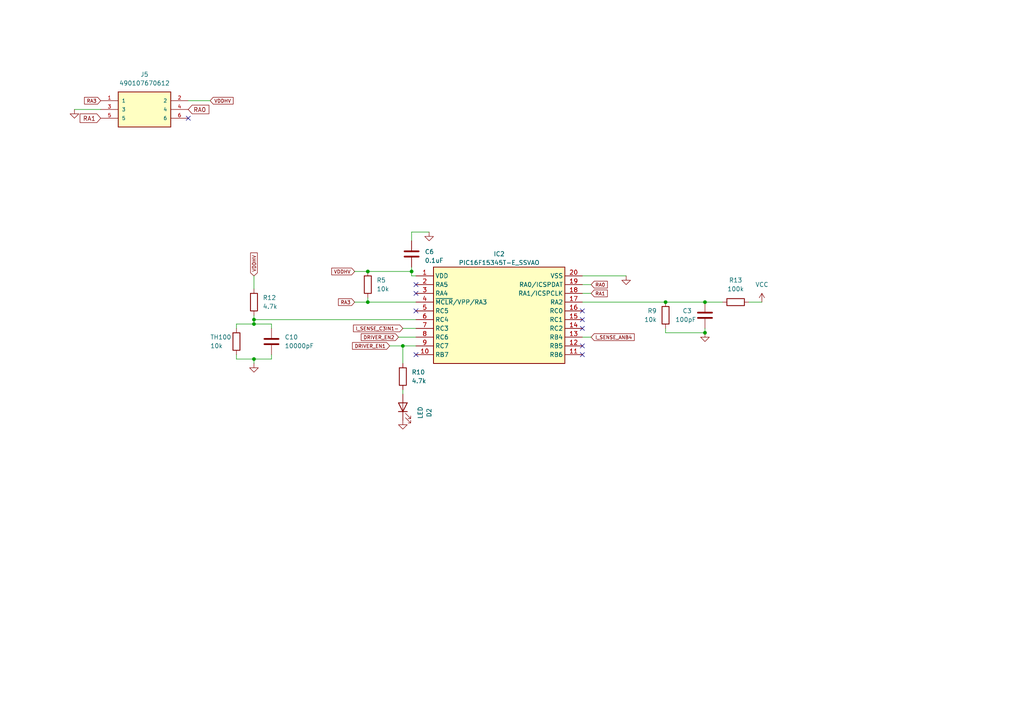
<source format=kicad_sch>
(kicad_sch (version 20230121) (generator eeschema)
  (paper "A4")
  (lib_symbols
    (symbol "490107670612:490107670612" (pin_names (offset 1.016))
      (property "Reference" "J" (at -7.62 6.35 0))
      (property "Value" "490107670612" (at -7.62 -7.62 0))
      (symbol "490107670612_0_0"
        (rectangle (start -7.62 -5.08) (end 7.62 5.08) (stroke (width 0.254)) (fill (type background)))
        (pin passive line (at -12.7 2.54 0) (length 5.08) (name "1") (number "1"))
        (pin passive line (at 12.7 2.54 180) (length 5.08) (name "2") (number "2"))
        (pin passive line (at -12.7 0 0) (length 5.08) (name "3") (number "3"))
        (pin passive line (at 12.7 0 180) (length 5.08) (name "4") (number "4"))
        (pin passive line (at -12.7 -2.54 0) (length 5.08) (name "5") (number "5"))
        (pin passive line (at 12.7 -2.54 180) (length 5.08) (name "6") (number "6"))
      )
    )
    (symbol "Device:C" (pin_numbers hide) (pin_names (offset 0.254))
      (property "Reference" "C" (at 0.635 2.54 0))
      (property "Value" "C" (at 0.635 -2.54 0))
      (symbol "C_0_1"
        (polyline (pts (xy -2.032 -0.762) (xy 2.032 -0.762)) (stroke (width 0.508)))
        (polyline (pts (xy -2.032 0.762) (xy 2.032 0.762)) (stroke (width 0.508)))
      )
      (symbol "C_1_1"
        (pin passive line (at 0 3.81 270) (length 2.794) (name "~") (number "1"))
        (pin passive line (at 0 -3.81 90) (length 2.794) (name "~") (number "2"))
      )
    )
    (symbol "Device:LED" (pin_numbers hide) (pin_names (offset 1.016) hide)
      (property "Reference" "D" (at 0 2.54 0))
      (property "Value" "LED" (at 0 -2.54 0))
      (symbol "LED_0_1"
        (polyline (pts (xy -1.27 -1.27) (xy -1.27 1.27)) (stroke (width 0.254)))
        (polyline (pts (xy -1.27 0) (xy 1.27 0)))
        (polyline (pts (xy 1.27 -1.27) (xy 1.27 1.27) (xy -1.27 0) (xy 1.27 -1.27)) (stroke (width 0.254)))
        (polyline (pts (xy -3.048 -0.762) (xy -4.572 -2.286) (xy -3.81 -2.286) (xy -4.572 -2.286) (xy -4.572 -1.524)))
        (polyline (pts (xy -1.778 -0.762) (xy -3.302 -2.286) (xy -2.54 -2.286) (xy -3.302 -2.286) (xy -3.302 -1.524)))
      )
      (symbol "LED_1_1"
        (pin passive line (at -3.81 0 0) (length 2.54) (name "K") (number "1"))
        (pin passive line (at 3.81 0 180) (length 2.54) (name "A") (number "2"))
      )
    )
    (symbol "Device:R" (pin_numbers hide) (pin_names (offset 0))
      (property "Reference" "R" (at 2.032 0 90))
      (property "Value" "R" (at 0 0 90))
      (symbol "R_0_1"
        (rectangle (start -1.016 -2.54) (end 1.016 2.54) (stroke (width 0.254)))
      )
      (symbol "R_1_1"
        (pin passive line (at 0 3.81 270) (length 1.27) (name "~") (number "1"))
        (pin passive line (at 0 -3.81 90) (length 1.27) (name "~") (number "2"))
      )
    )
    (symbol "PIC16F15345T-E_SSVAO:PIC16F15345T-E_SSVAO"
      (property "Reference" "IC" (at 44.45 7.62 0))
      (property "Value" "PIC16F15345T-E_SSVAO" (at 44.45 5.08 0))
      (symbol "PIC16F15345T-E_SSVAO_1_1"
        (rectangle (start 5.08 2.54) (end 43.18 -25.4) (stroke (width 0.254)) (fill (type background)))
        (pin passive line (at 0 0 0) (length 5.08) (name "VDD") (number "1"))
        (pin passive line (at 0 -22.86 0) (length 5.08) (name "RB7") (number "10"))
        (pin passive line (at 48.26 -22.86 180) (length 5.08) (name "RB6") (number "11"))
        (pin passive line (at 48.26 -20.32 180) (length 5.08) (name "RB5") (number "12"))
        (pin passive line (at 48.26 -17.78 180) (length 5.08) (name "RB4") (number "13"))
        (pin passive line (at 48.26 -15.24 180) (length 5.08) (name "RC2") (number "14"))
        (pin passive line (at 48.26 -12.7 180) (length 5.08) (name "RC1") (number "15"))
        (pin passive line (at 48.26 -10.16 180) (length 5.08) (name "RC0") (number "16"))
        (pin passive line (at 48.26 -7.62 180) (length 5.08) (name "RA2") (number "17"))
        (pin passive line (at 48.26 -5.08 180) (length 5.08) (name "RA1/ICSPCLK") (number "18"))
        (pin passive line (at 48.26 -2.54 180) (length 5.08) (name "RA0/ICSPDAT") (number "19"))
        (pin passive line (at 0 -2.54 0) (length 5.08) (name "RA5") (number "2"))
        (pin passive line (at 48.26 0 180) (length 5.08) (name "VSS") (number "20"))
        (pin passive line (at 0 -5.08 0) (length 5.08) (name "RA4") (number "3"))
        (pin passive line (at 0 -7.62 0) (length 5.08) (name "~{MCLR}/VPP/RA3") (number "4"))
        (pin passive line (at 0 -10.16 0) (length 5.08) (name "RC5") (number "5"))
        (pin passive line (at 0 -12.7 0) (length 5.08) (name "RC4") (number "6"))
        (pin passive line (at 0 -15.24 0) (length 5.08) (name "RC3") (number "7"))
        (pin passive line (at 0 -17.78 0) (length 5.08) (name "RC6") (number "8"))
        (pin passive line (at 0 -20.32 0) (length 5.08) (name "RC7") (number "9"))
      )
    )
    (symbol "power:GND" (power) (pin_names (offset 0))
      (property "Value" "GND" (at 0 -3.81 0))
      (symbol "GND_0_1"
        (polyline (pts (xy 0 0) (xy 0 -1.27) (xy 1.27 -1.27) (xy 0 -2.54) (xy -1.27 -1.27) (xy 0 -1.27)))
      )
      (symbol "GND_1_1"
        (pin power_in line (at 0 0 270) (length 0) hide (name "GND") (number "1"))
      )
    )
    (symbol "power:VCC" (power) (pin_names (offset 0))
      (property "Value" "VCC" (at 0 3.81 0))
      (symbol "VCC_0_1"
        (polyline (pts (xy -0.762 1.27) (xy 0 2.54)))
        (polyline (pts (xy 0 0) (xy 0 2.54)))
        (polyline (pts (xy 0 2.54) (xy 0.762 1.27)))
      )
      (symbol "VCC_1_1"
        (pin power_in line (at 0 0 90) (length 0) hide (name "VCC") (number "1"))
      )
    )
  )
  (junction (at 204.47 96.52))
  (junction (at 73.66 93.98))
  (junction (at 106.68 87.63))
  (junction (at 73.66 92.71))
  (junction (at 116.84 100.33))
  (junction (at 193.04 87.63))
  (junction (at 119.38 78.74))
  (junction (at 73.66 104.14))
  (junction (at 106.68 78.74))
  (junction (at 204.47 87.63))
  (no_connect (at 120.65 85.09))
  (no_connect (at 168.91 92.71))
  (no_connect (at 120.65 90.17))
  (no_connect (at 120.65 102.87))
  (no_connect (at 54.61 34.29))
  (no_connect (at 120.65 82.55))
  (no_connect (at 168.91 90.17))
  (no_connect (at 168.91 102.87))
  (no_connect (at 168.91 95.25))
  (no_connect (at 168.91 100.33))
  (wire (pts (xy 116.84 100.33) (xy 120.65 100.33)))
  (wire (pts (xy 171.45 97.79) (xy 168.91 97.79)))
  (wire (pts (xy 73.66 104.14) (xy 78.74 104.14)))
  (wire (pts (xy 21.59 31.75) (xy 29.21 31.75)))
  (wire (pts (xy 116.84 113.03) (xy 116.84 114.3)))
  (wire (pts (xy 73.66 92.71) (xy 120.65 92.71)))
  (wire (pts (xy 116.84 95.25) (xy 120.65 95.25)))
  (wire (pts (xy 73.66 80.01) (xy 73.66 83.82)))
  (wire (pts (xy 116.84 100.33) (xy 116.84 105.41)))
  (wire (pts (xy 220.98 87.63) (xy 217.17 87.63)))
  (wire (pts (xy 68.58 93.98) (xy 73.66 93.98)))
  (wire (pts (xy 119.38 67.31) (xy 119.38 69.85)))
  (wire (pts (xy 119.38 77.47) (xy 119.38 78.74)))
  (wire (pts (xy 119.38 80.01) (xy 120.65 80.01)))
  (wire (pts (xy 106.68 78.74) (xy 119.38 78.74)))
  (wire (pts (xy 73.66 92.71) (xy 73.66 93.98)))
  (wire (pts (xy 106.68 87.63) (xy 120.65 87.63)))
  (wire (pts (xy 171.45 82.55) (xy 168.91 82.55)))
  (wire (pts (xy 68.58 104.14) (xy 68.58 102.87)))
  (wire (pts (xy 171.45 85.09) (xy 168.91 85.09)))
  (wire (pts (xy 113.03 100.33) (xy 116.84 100.33)))
  (wire (pts (xy 204.47 95.25) (xy 204.47 96.52)))
  (wire (pts (xy 78.74 93.98) (xy 78.74 95.25)))
  (wire (pts (xy 119.38 78.74) (xy 119.38 80.01)))
  (wire (pts (xy 102.87 87.63) (xy 106.68 87.63)))
  (wire (pts (xy 68.58 95.25) (xy 68.58 93.98)))
  (wire (pts (xy 115.57 97.79) (xy 120.65 97.79)))
  (wire (pts (xy 73.66 105.41) (xy 73.66 104.14)))
  (wire (pts (xy 168.91 87.63) (xy 193.04 87.63)))
  (wire (pts (xy 181.61 80.01) (xy 168.91 80.01)))
  (wire (pts (xy 78.74 104.14) (xy 78.74 102.87)))
  (wire (pts (xy 73.66 93.98) (xy 78.74 93.98)))
  (wire (pts (xy 124.46 67.31) (xy 119.38 67.31)))
  (wire (pts (xy 106.68 86.36) (xy 106.68 87.63)))
  (wire (pts (xy 68.58 104.14) (xy 73.66 104.14)))
  (wire (pts (xy 73.66 91.44) (xy 73.66 92.71)))
  (wire (pts (xy 60.96 29.21) (xy 54.61 29.21)))
  (wire (pts (xy 102.87 78.74) (xy 106.68 78.74)))
  (wire (pts (xy 193.04 87.63) (xy 204.47 87.63)))
  (wire (pts (xy 193.04 96.52) (xy 193.04 95.25)))
  (wire (pts (xy 204.47 96.52) (xy 193.04 96.52)))
  (wire (pts (xy 209.55 87.63) (xy 204.47 87.63)))
  (global_label "VDDHV" (shape input) (at 73.66 80.01 90) (effects (font (size 1 1))) (property "Intersheetrefs" "${INTERSHEET_REFS}" (effects hide)))
  (global_label "RA1" (shape input) (at 29.21 34.29 180) (property "Intersheetrefs" "${INTERSHEET_REFS}" (effects hide)))
  (global_label "RA3" (shape input) (at 102.87 87.63 180) (effects (font (size 1 1))) (property "Intersheetrefs" "${INTERSHEET_REFS}" (effects hide)))
  (global_label "DRIVER_EN1" (shape input) (at 113.03 100.33 180) (effects (font (size 1 1))) (property "Intersheetrefs" "${INTERSHEET_REFS}" (effects hide)))
  (global_label "RA1" (shape input) (at 171.45 85.09 0) (effects (font (size 1 1))) (property "Intersheetrefs" "${INTERSHEET_REFS}" (effects hide)))
  (global_label "RA0" (shape input) (at 171.45 82.55 0) (effects (font (size 1 1))) (property "Intersheetrefs" "${INTERSHEET_REFS}" (effects hide)))
  (global_label "I_SENSE_ANB4" (shape input) (at 171.45 97.79 0) (effects (font (size 1 1))) (property "Intersheetrefs" "${INTERSHEET_REFS}" (effects hide)))
  (global_label "RA3" (shape input) (at 29.21 29.21 180) (effects (font (size 1 1))) (property "Intersheetrefs" "${INTERSHEET_REFS}" (effects hide)))
  (global_label "DRIVER_EN2" (shape input) (at 115.57 97.79 180) (effects (font (size 1 1))) (property "Intersheetrefs" "${INTERSHEET_REFS}" (effects hide)))
  (global_label "VDDHV" (shape input) (at 60.96 29.21 0) (effects (font (size 1 1))) (property "Intersheetrefs" "${INTERSHEET_REFS}" (effects hide)))
  (global_label "VDDHV" (shape input) (at 102.87 78.74 180) (effects (font (size 1 1))) (property "Intersheetrefs" "${INTERSHEET_REFS}" (effects hide)))
  (global_label "RA0" (shape input) (at 54.61 31.75 0) (property "Intersheetrefs" "${INTERSHEET_REFS}" (effects hide)))
  (global_label "I_SENSE_C3IN1-" (shape input) (at 116.84 95.25 180) (effects (font (size 1 1))) (property "Intersheetrefs" "${INTERSHEET_REFS}" (effects hide)))
  (symbol (lib_id "power:GND") (at 116.84 121.92 0) (unit 1)
    (property "Reference" "#PWR01" (effects hide))
    (property "Value" "GND" (effects hide))
    (instances (project "SiC based Battery Disconnect" (path "" (reference "#PWR01") (unit 1)) (path "" (reference "#PWR03") (unit 1)) (path "" (reference "#PWR018") (unit 1))))
  )
  (symbol (lib_id "490107670612:490107670612") (at 41.91 31.75 0) (unit 1)
    (property "Reference" "J5" (at 41.91 21.59 0))
    (property "Value" "490107670612" (at 41.91 24.13 0))
    (property "Footprint" "490107670612:WURTH_490107670612" (effects hide))
    (property "PARTREV" "002.003" (effects hide))
    (property "STANDARD" "Manufacturer Recommendations" (effects hide))
    (property "MAXIMUM_PACKAGE_HEIGHT" "10.45 mm" (effects hide))
    (property "MANUFACTURER" "Würth Elektronik" (effects hide))
    (instances (project "SiC based Battery Disconnect" (path "" (reference "J5") (unit 1)) (path "" (reference "J6") (unit 1))))
  )
  (symbol (lib_id "power:VCC") (at 220.98 87.63 0) (unit 1)
    (property "Reference" "#PWR020" (effects hide))
    (property "Value" "VCC" (at 220.98 82.55 0))
  )
  (symbol (lib_id "Device:R") (at 106.68 82.55 180) (unit 1)
    (property "Reference" "R5" (at 109.22 81.28 0) (effects (justify right)))
    (property "Value" "10k" (at 109.22 83.82 0) (effects (justify right)))
    (property "Footprint" "Resistor_SMD:R_0805_2012Metric" (effects hide))
  )
  (symbol (lib_id "power:GND") (at 21.59 31.75 0) (unit 1)
    (property "Reference" "#PWR01" (effects hide))
    (property "Value" "GND" (effects hide))
    (instances (project "SiC based Battery Disconnect" (path "" (reference "#PWR01") (unit 1)) (path "" (reference "#PWR03") (unit 1)) (path "" (reference "#PWR010") (unit 1))))
  )
  (symbol (lib_id "PIC16F15345T-E_SSVAO:PIC16F15345T-E_SSVAO") (at 120.65 80.01 0) (unit 1)
    (property "Reference" "IC2" (at 144.78 73.66 0))
    (property "Value" "PIC16F15345T-E_SSVAO" (at 144.78 76.2 0))
    (property "Footprint" "PIC16F15345T-E_SSVAO:SOP65P780X200-20N" (effects hide))
    (property "Height" "2" (effects hide))
    (property "Manufacturer_Name" "Microchip" (effects hide))
    (property "Manufacturer_Part_Number" "PIC16F15345T-E/SSVAO" (effects hide))
  )
  (symbol (lib_id "power:GND") (at 124.46 67.31 0) (unit 1)
    (property "Reference" "#PWR01" (effects hide))
    (property "Value" "GND" (effects hide))
    (instances (project "SiC based Battery Disconnect" (path "" (reference "#PWR01") (unit 1)) (path "" (reference "#PWR03") (unit 1)) (path "" (reference "#PWR011") (unit 1))))
  )
  (symbol (lib_id "power:GND") (at 204.47 96.52 0) (unit 1)
    (property "Reference" "#PWR01" (effects hide))
    (property "Value" "GND" (effects hide))
    (instances (project "SiC based Battery Disconnect" (path "" (reference "#PWR01") (unit 1)) (path "" (reference "#PWR03") (unit 1)) (path "" (reference "#PWR021") (unit 1))))
  )
  (symbol (lib_id "Device:R") (at 116.84 109.22 0) (unit 1)
    (property "Reference" "R10" (at 119.38 107.95 0) (effects (justify left)))
    (property "Value" "4.7k" (at 119.38 110.49 0) (effects (justify left)))
    (property "Footprint" "Resistor_SMD:R_0805_2012Metric" (effects hide))
  )
  (symbol (lib_id "Device:C") (at 78.74 99.06 0) (unit 1)
    (property "Reference" "C10" (at 82.55 97.79 0) (effects (justify left)))
    (property "Value" "10000pF" (at 82.55 100.33 0) (effects (justify left)))
    (property "Footprint" "Capacitor_SMD:C_0805_2012Metric" (effects hide))
  )
  (symbol (lib_id "Device:R") (at 193.04 91.44 0) (mirror x) (unit 1)
    (property "Reference" "R9" (at 190.5 90.17 0) (effects (justify right)))
    (property "Value" "10k" (at 190.5 92.71 0) (effects (justify right)))
    (property "Footprint" "Resistor_SMD:R_0805_2012Metric" (effects hide))
  )
  (symbol (lib_id "power:GND") (at 181.61 80.01 0) (unit 1)
    (property "Reference" "#PWR01" (effects hide))
    (property "Value" "GND" (effects hide))
    (instances (project "SiC based Battery Disconnect" (path "" (reference "#PWR01") (unit 1)) (path "" (reference "#PWR03") (unit 1)) (path "" (reference "#PWR022") (unit 1))))
  )
  (symbol (lib_id "power:GND") (at 73.66 105.41 0) (unit 1)
    (property "Reference" "#PWR01" (effects hide))
    (property "Value" "GND" (effects hide))
    (instances (project "SiC based Battery Disconnect" (path "" (reference "#PWR01") (unit 1)) (path "" (reference "#PWR03") (unit 1)) (path "" (reference "#PWR019") (unit 1))))
  )
  (symbol (lib_id "Device:C") (at 204.47 91.44 0) (mirror y) (unit 1)
    (property "Reference" "C3" (at 200.66 90.17 0) (effects (justify left)))
    (property "Value" "100pF" (at 201.93 92.71 0) (effects (justify left)))
    (property "Footprint" "Capacitor_SMD:C_0805_2012Metric" (effects hide))
    (instances (project "SiC based Battery Disconnect" (path "" (reference "C3") (unit 1)) (path "" (reference "C9") (unit 1))))
  )
  (symbol (lib_id "Device:LED") (at 116.84 118.11 90) (unit 1)
    (property "Reference" "D2" (at 124.46 119.6975 0))
    (property "Value" "LED" (at 121.92 119.6975 0))
    (property "Footprint" "LED_SMD:LED_0805_2012Metric" (effects hide))
  )
  (symbol (lib_id "Device:C") (at 119.38 73.66 0) (unit 1)
    (property "Reference" "C6" (at 123.19 73.025 0) (effects (justify left)))
    (property "Value" "0.1uF" (at 123.19 75.565 0) (effects (justify left)))
    (property "Footprint" "Capacitor_SMD:C_0805_2012Metric" (effects hide))
  )
  (symbol (lib_id "Device:R") (at 73.66 87.63 0) (unit 1)
    (property "Reference" "R12" (at 76.2 86.36 0) (effects (justify left)))
    (property "Value" "4.7k" (at 76.2 88.9 0) (effects (justify left)))
    (property "Footprint" "Resistor_SMD:R_0805_2012Metric" (effects hide))
  )
  (symbol (lib_id "Device:R") (at 68.58 99.06 0) (unit 1)
    (property "Reference" "TH100" (at 60.96 97.79 0) (effects (justify left)))
    (property "Value" "10k" (at 60.96 100.33 0) (effects (justify left)))
    (property "Footprint" "Capacitor_SMD:C_0603_1608Metric" (effects hide))
  )
  (symbol (lib_id "Device:R") (at 213.36 87.63 90) (mirror x) (unit 1)
    (property "Reference" "R13" (at 213.36 81.28 90))
    (property "Value" "100k" (at 213.36 83.82 90))
    (property "Footprint" "Resistor_SMD:R_0805_2012Metric" (effects hide))
  )
)
</source>
